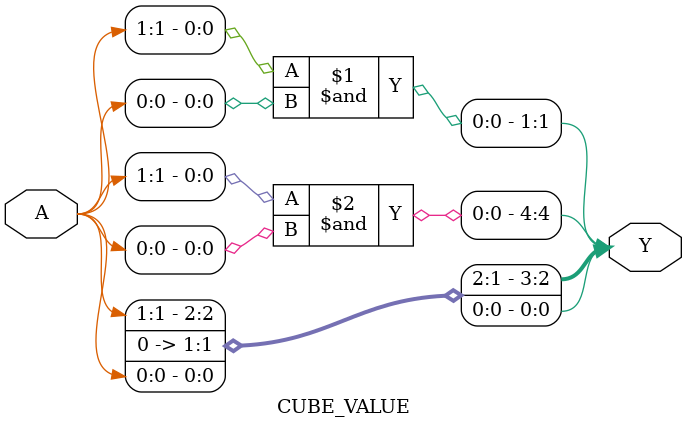
<source format=v>
`timescale 1ns / 1ps


module CUBE_VALUE(
  input [1:0] A,            // 2-bit input A
  output [4:0] Y            // 5-bit output Y
);
  // Assignments to compute the cube value based on the input bits
  
  // Output Y[0] is directly assigned the value of the least significant bit of input A[0].
  assign Y[0] = A[0];
  
  // Output Y[1] is assigned the result of the bitwise AND operation between A[1] and A[0].
  assign Y[1] = A[1] & A[0];
  
  // Output Y[2] is hard-wired to 0.
  assign Y[2] = 1'b0;
  
  // Output Y[3] is directly assigned the value of the most significant bit of input A[1].
  assign Y[3] = A[1];
  
  // Output Y[4] is assigned the result of the bitwise AND operation between A[1] and A[0].
  assign Y[4] = A[1] & A[0];
endmodule

</source>
